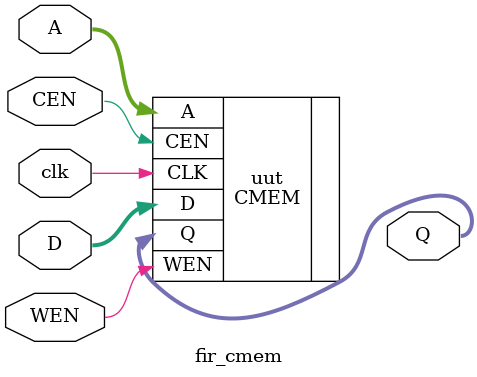
<source format=v>
`timescale 1ns / 1ps

module fir_cmem(

   // Inputs and Outputs
   input clk,                        
   input CEN,                         // Chip Enable
   input WEN,                         // Write Enable
   input [5:0] A,          // Address
   input [15:0] D,                // Inputs
   output [15:0] Q              // Outputs
);


   // Instantiate the CMEM module
   CMEM uut (
       .Q(Q),
       .CLK(clk),
       .CEN(CEN),
       .WEN(WEN),
       .A(A),
       .D(D)
   );

endmodule

</source>
